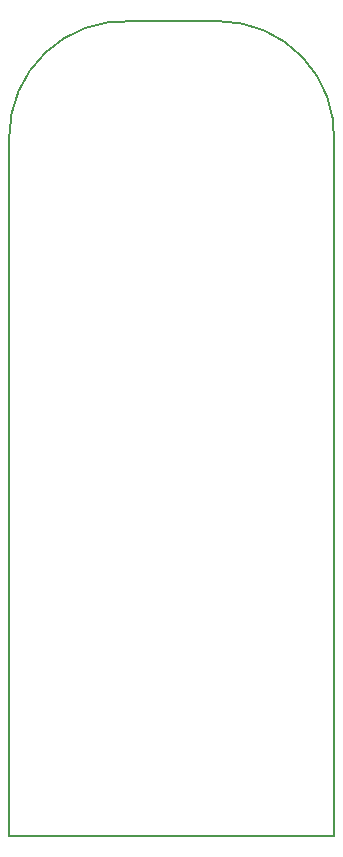
<source format=gbr>
%TF.GenerationSoftware,KiCad,Pcbnew,(5.1.8)-1*%
%TF.CreationDate,2021-03-12T16:38:44+01:00*%
%TF.ProjectId,CH341Apro,43483334-3141-4707-926f-2e6b69636164,rev?*%
%TF.SameCoordinates,Original*%
%TF.FileFunction,Profile,NP*%
%FSLAX46Y46*%
G04 Gerber Fmt 4.6, Leading zero omitted, Abs format (unit mm)*
G04 Created by KiCad (PCBNEW (5.1.8)-1) date 2021-03-12 16:38:44*
%MOMM*%
%LPD*%
G01*
G04 APERTURE LIST*
%TA.AperFunction,Profile*%
%ADD10C,0.150000*%
%TD*%
G04 APERTURE END LIST*
D10*
X108957800Y-44958000D02*
G75*
G02*
X118711400Y-55229927I0J-9766678D01*
G01*
X91211433Y-54737000D02*
G75*
G02*
X101483327Y-44958000I9766645J25400D01*
G01*
X108957800Y-44958000D02*
X101483327Y-44958000D01*
X91194200Y-113919000D02*
X91211434Y-54737000D01*
X118694200Y-113919000D02*
X118711400Y-55229927D01*
X118694200Y-113919000D02*
X91194200Y-113919000D01*
M02*

</source>
